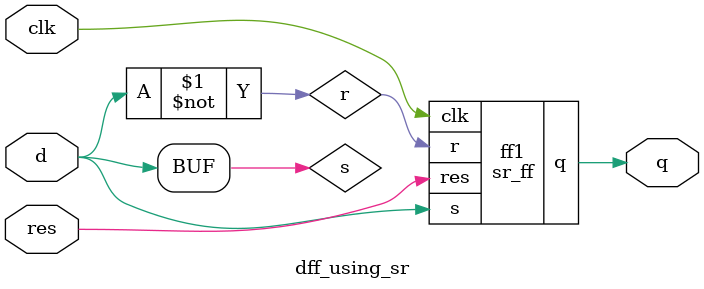
<source format=v>
module sr_ff (res,clk,s,r,q);
input res,clk,s,r;
output reg q;

always @(posedge clk or posedge res) begin
if(res==1) q<=1'b0;
else begin
case({s,r})
2'b00: q<=q;
2'b01: q<=0;
2'b10: q<=1;
2'b11: q<=1'bx;
endcase
end
end
endmodule

module dff_using_sr (clk,res,d,q);
input clk,res,d;
output  q;

assign s=d;
assign r=~d;

sr_ff ff1 (.res(res),.clk(clk),.s(s),.r(r),.q(q));
endmodule




</source>
